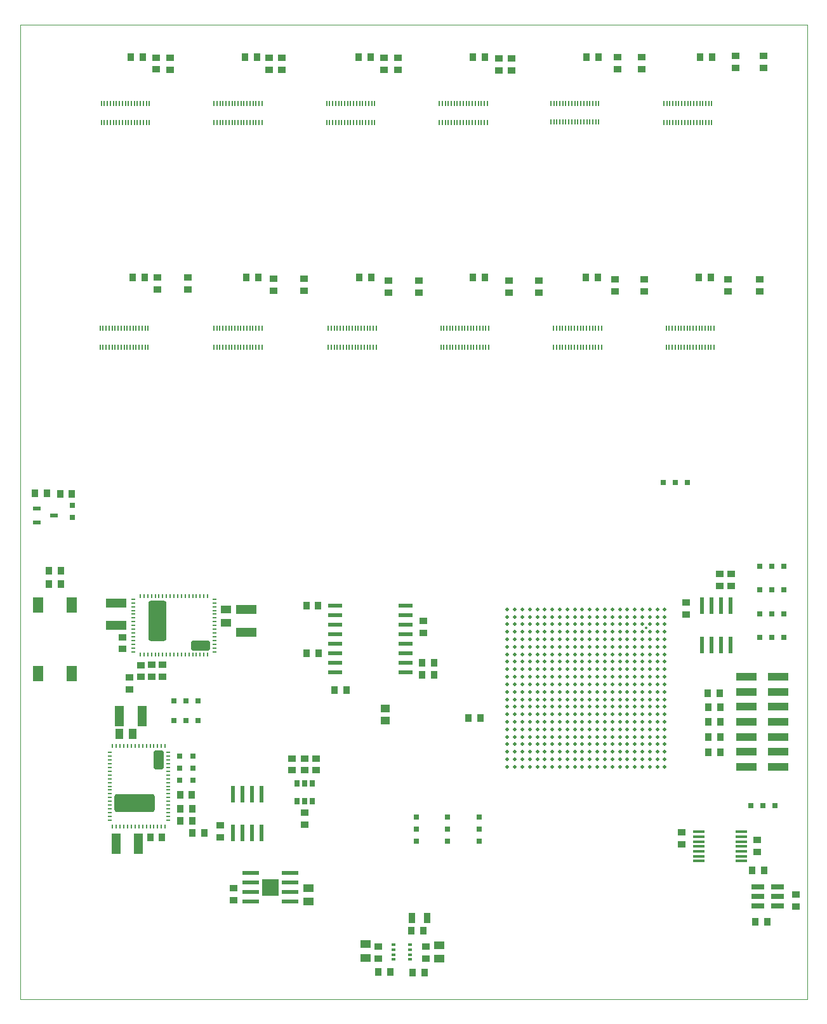
<source format=gtp>
G04 Layer_Color=8421504*
%FSLAX43Y43*%
%MOMM*%
G71*
G01*
G75*
%ADD10C,0.100*%
G04:AMPARAMS|DCode=12|XSize=0.4mm|YSize=0.5mm|CornerRadius=0.03mm|HoleSize=0mm|Usage=FLASHONLY|Rotation=90.000|XOffset=0mm|YOffset=0mm|HoleType=Round|Shape=RoundedRectangle|*
%AMROUNDEDRECTD12*
21,1,0.400,0.440,0,0,90.0*
21,1,0.340,0.500,0,0,90.0*
1,1,0.060,0.220,0.170*
1,1,0.060,0.220,-0.170*
1,1,0.060,-0.220,-0.170*
1,1,0.060,-0.220,0.170*
%
%ADD12ROUNDEDRECTD12*%
%ADD14R,1.600X0.350*%
%ADD15R,1.000X0.600*%
%ADD16R,0.650X0.900*%
%ADD17R,1.900X0.600*%
%ADD18R,0.600X2.200*%
%ADD19R,0.950X1.400*%
%ADD20R,0.900X1.000*%
%ADD21R,1.300X1.000*%
%ADD22R,2.200X0.600*%
%ADD23R,2.290X2.290*%
%ADD24R,1.400X2.100*%
%ADD25R,2.750X1.000*%
%ADD26R,0.800X0.800*%
%ADD27R,0.230X0.700*%
%ADD28C,0.500*%
G04:AMPARAMS|DCode=29|XSize=1.3mm|YSize=2.5mm|CornerRadius=0.13mm|HoleSize=0mm|Usage=FLASHONLY|Rotation=0.000|XOffset=0mm|YOffset=0mm|HoleType=Round|Shape=RoundedRectangle|*
%AMROUNDEDRECTD29*
21,1,1.300,2.240,0,0,0.0*
21,1,1.040,2.500,0,0,0.0*
1,1,0.260,0.520,-1.120*
1,1,0.260,-0.520,-1.120*
1,1,0.260,-0.520,1.120*
1,1,0.260,0.520,1.120*
%
%ADD29ROUNDEDRECTD29*%
%ADD30R,0.250X0.600*%
%ADD31R,0.600X0.250*%
G04:AMPARAMS|DCode=32|XSize=2.35mm|YSize=5.35mm|CornerRadius=0.235mm|HoleSize=0mm|Usage=FLASHONLY|Rotation=90.000|XOffset=0mm|YOffset=0mm|HoleType=Round|Shape=RoundedRectangle|*
%AMROUNDEDRECTD32*
21,1,2.350,4.880,0,0,90.0*
21,1,1.880,5.350,0,0,90.0*
1,1,0.470,2.440,0.940*
1,1,0.470,2.440,-0.940*
1,1,0.470,-2.440,-0.940*
1,1,0.470,-2.440,0.940*
%
%ADD32ROUNDEDRECTD32*%
%ADD33R,1.150X2.700*%
%ADD34R,1.050X1.400*%
%ADD35R,1.700X0.800*%
%ADD36R,1.000X0.950*%
%ADD37R,0.950X1.000*%
%ADD38R,2.700X1.150*%
%ADD39R,1.400X1.050*%
%ADD40R,0.800X0.800*%
%ADD41R,1.000X0.900*%
G04:AMPARAMS|DCode=42|XSize=1.3mm|YSize=2.5mm|CornerRadius=0.13mm|HoleSize=0mm|Usage=FLASHONLY|Rotation=270.000|XOffset=0mm|YOffset=0mm|HoleType=Round|Shape=RoundedRectangle|*
%AMROUNDEDRECTD42*
21,1,1.300,2.240,0,0,270.0*
21,1,1.040,2.500,0,0,270.0*
1,1,0.260,-1.120,-0.520*
1,1,0.260,-1.120,0.520*
1,1,0.260,1.120,0.520*
1,1,0.260,1.120,-0.520*
%
%ADD42ROUNDEDRECTD42*%
G04:AMPARAMS|DCode=43|XSize=2.35mm|YSize=5.35mm|CornerRadius=0.235mm|HoleSize=0mm|Usage=FLASHONLY|Rotation=0.000|XOffset=0mm|YOffset=0mm|HoleType=Round|Shape=RoundedRectangle|*
%AMROUNDEDRECTD43*
21,1,2.350,4.880,0,0,0.0*
21,1,1.880,5.350,0,0,0.0*
1,1,0.470,0.940,-2.440*
1,1,0.470,-0.940,-2.440*
1,1,0.470,-0.940,2.440*
1,1,0.470,0.940,2.440*
%
%ADD43ROUNDEDRECTD43*%
%ADD47C,0.300*%
D10*
X95000Y-10000D02*
Y120000D01*
X-10000D02*
X95000D01*
X-10000Y-10000D02*
Y120000D01*
Y-10000D02*
X95000D01*
D12*
X39775Y-2758D02*
D03*
Y-3408D02*
D03*
Y-4058D02*
D03*
Y-4708D02*
D03*
X41975Y-2758D02*
D03*
Y-3408D02*
D03*
Y-4058D02*
D03*
Y-4708D02*
D03*
D14*
X86175Y8425D02*
D03*
Y9075D02*
D03*
Y9725D02*
D03*
Y10375D02*
D03*
Y11025D02*
D03*
Y11675D02*
D03*
Y12325D02*
D03*
X80575Y8425D02*
D03*
Y9075D02*
D03*
Y9725D02*
D03*
Y10375D02*
D03*
Y11025D02*
D03*
Y11675D02*
D03*
Y12325D02*
D03*
D15*
X-5450Y54525D02*
D03*
X-7750Y53575D02*
D03*
Y55475D02*
D03*
D16*
X26950Y16425D02*
D03*
X27950D02*
D03*
X28950D02*
D03*
Y18825D02*
D03*
X27950D02*
D03*
X26950D02*
D03*
D17*
X41425Y33625D02*
D03*
Y34895D02*
D03*
Y36165D02*
D03*
Y37435D02*
D03*
Y38705D02*
D03*
Y39975D02*
D03*
Y41245D02*
D03*
Y42515D02*
D03*
X32025Y33625D02*
D03*
Y34895D02*
D03*
Y36165D02*
D03*
Y37435D02*
D03*
Y38705D02*
D03*
Y39975D02*
D03*
Y41245D02*
D03*
Y42515D02*
D03*
D18*
X80961Y37276D02*
D03*
X82231D02*
D03*
X83501D02*
D03*
X84771D02*
D03*
X80961Y42482D02*
D03*
X82231D02*
D03*
X83501D02*
D03*
X84771D02*
D03*
X22205Y17353D02*
D03*
X20935D02*
D03*
X19665D02*
D03*
X18395D02*
D03*
X22205Y12147D02*
D03*
X20935D02*
D03*
X19665D02*
D03*
X18395D02*
D03*
D19*
X42275Y800D02*
D03*
X44275D02*
D03*
D20*
X14550Y12150D02*
D03*
X12950D02*
D03*
X4800Y115625D02*
D03*
X6400D02*
D03*
X19988D02*
D03*
X21588D02*
D03*
X35176D02*
D03*
X36776D02*
D03*
X50365D02*
D03*
X51965D02*
D03*
X65553D02*
D03*
X67153D02*
D03*
X80741D02*
D03*
X82341D02*
D03*
X5050Y86300D02*
D03*
X6650D02*
D03*
X20155D02*
D03*
X21755D02*
D03*
X35260D02*
D03*
X36860D02*
D03*
X50365D02*
D03*
X51965D02*
D03*
X65470D02*
D03*
X67070D02*
D03*
X80575D02*
D03*
X82175D02*
D03*
X33575Y31210D02*
D03*
X31975D02*
D03*
X81750Y30850D02*
D03*
X83350D02*
D03*
X-3075Y57400D02*
D03*
X-4675D02*
D03*
X-8025Y57475D02*
D03*
X-6425D02*
D03*
X-6186Y47120D02*
D03*
X-4586D02*
D03*
X29775Y42510D02*
D03*
X28175D02*
D03*
X43600Y33235D02*
D03*
X45200D02*
D03*
X29825Y36160D02*
D03*
X28225D02*
D03*
X42225Y-875D02*
D03*
X43825D02*
D03*
X49800Y27525D02*
D03*
X51400D02*
D03*
X81850Y22975D02*
D03*
X83450D02*
D03*
X81800Y25000D02*
D03*
X83400D02*
D03*
X81850Y27000D02*
D03*
X83450D02*
D03*
X81850Y28975D02*
D03*
X83450D02*
D03*
X89225Y7175D02*
D03*
X87625D02*
D03*
X8950Y11550D02*
D03*
X7350D02*
D03*
X11325Y17250D02*
D03*
X12925D02*
D03*
X11350Y13750D02*
D03*
X12950D02*
D03*
D21*
X38750Y27188D02*
D03*
Y28788D02*
D03*
D22*
X20769Y6840D02*
D03*
Y5570D02*
D03*
Y4300D02*
D03*
Y3030D02*
D03*
X25975Y6840D02*
D03*
Y5570D02*
D03*
Y4300D02*
D03*
Y3030D02*
D03*
D23*
X23372Y4935D02*
D03*
D24*
X-7575Y42550D02*
D03*
Y33450D02*
D03*
X-3075Y42550D02*
D03*
Y33450D02*
D03*
D25*
X91100Y21000D02*
D03*
Y23000D02*
D03*
Y25000D02*
D03*
X86850Y21000D02*
D03*
Y23000D02*
D03*
Y25000D02*
D03*
X91100Y29000D02*
D03*
Y31000D02*
D03*
Y33000D02*
D03*
X86850Y29000D02*
D03*
Y31000D02*
D03*
Y33000D02*
D03*
X91100Y27000D02*
D03*
X86850D02*
D03*
D26*
X-3050Y54275D02*
D03*
Y55875D02*
D03*
X11250Y22425D02*
D03*
Y20825D02*
D03*
Y19225D02*
D03*
X51203Y14296D02*
D03*
Y12696D02*
D03*
Y11096D02*
D03*
X47028Y14296D02*
D03*
Y12696D02*
D03*
Y11096D02*
D03*
X42853Y14296D02*
D03*
Y12696D02*
D03*
Y11096D02*
D03*
X13050Y22425D02*
D03*
Y20825D02*
D03*
Y19225D02*
D03*
D27*
X76589Y79450D02*
D03*
X76189D02*
D03*
X76989D02*
D03*
X77389D02*
D03*
X78989D02*
D03*
X78589D02*
D03*
X77789D02*
D03*
X78189D02*
D03*
X81389D02*
D03*
X80989D02*
D03*
X81789D02*
D03*
X82189D02*
D03*
X80589D02*
D03*
X80189D02*
D03*
X79389D02*
D03*
X79789D02*
D03*
X82589D02*
D03*
Y76950D02*
D03*
X79789D02*
D03*
X79389D02*
D03*
X80189D02*
D03*
X80589D02*
D03*
X82189D02*
D03*
X81789D02*
D03*
X80989D02*
D03*
X81389D02*
D03*
X78189D02*
D03*
X77789D02*
D03*
X78589D02*
D03*
X78989D02*
D03*
X77389D02*
D03*
X76989D02*
D03*
X76189D02*
D03*
X76589D02*
D03*
X1247Y109450D02*
D03*
X847D02*
D03*
X1647D02*
D03*
X2047D02*
D03*
X3647D02*
D03*
X3247D02*
D03*
X2447D02*
D03*
X2847D02*
D03*
X6047D02*
D03*
X5647D02*
D03*
X6447D02*
D03*
X6847D02*
D03*
X5247D02*
D03*
X4847D02*
D03*
X4047D02*
D03*
X4447D02*
D03*
X7247D02*
D03*
Y106950D02*
D03*
X4447D02*
D03*
X4047D02*
D03*
X4847D02*
D03*
X5247D02*
D03*
X6847D02*
D03*
X6447D02*
D03*
X5647D02*
D03*
X6047D02*
D03*
X2847D02*
D03*
X2447D02*
D03*
X3247D02*
D03*
X3647D02*
D03*
X2047D02*
D03*
X1647D02*
D03*
X847D02*
D03*
X1247D02*
D03*
X16273Y109450D02*
D03*
X15873D02*
D03*
X16673D02*
D03*
X17073D02*
D03*
X18673D02*
D03*
X18273D02*
D03*
X17473D02*
D03*
X17873D02*
D03*
X21073D02*
D03*
X20673D02*
D03*
X21473D02*
D03*
X21873D02*
D03*
X20273D02*
D03*
X19873D02*
D03*
X19073D02*
D03*
X19473D02*
D03*
X22273D02*
D03*
Y106950D02*
D03*
X19473D02*
D03*
X19073D02*
D03*
X19873D02*
D03*
X20273D02*
D03*
X21873D02*
D03*
X21473D02*
D03*
X20673D02*
D03*
X21073D02*
D03*
X17873D02*
D03*
X17473D02*
D03*
X18273D02*
D03*
X18673D02*
D03*
X17073D02*
D03*
X16673D02*
D03*
X15873D02*
D03*
X16273D02*
D03*
X31298Y109450D02*
D03*
X30898D02*
D03*
X31698D02*
D03*
X32098D02*
D03*
X33698D02*
D03*
X33298D02*
D03*
X32498D02*
D03*
X32898D02*
D03*
X36098D02*
D03*
X35698D02*
D03*
X36498D02*
D03*
X36898D02*
D03*
X35298D02*
D03*
X34898D02*
D03*
X34098D02*
D03*
X34498D02*
D03*
X37298D02*
D03*
Y106950D02*
D03*
X34498D02*
D03*
X34098D02*
D03*
X34898D02*
D03*
X35298D02*
D03*
X36898D02*
D03*
X36498D02*
D03*
X35698D02*
D03*
X36098D02*
D03*
X32898D02*
D03*
X32498D02*
D03*
X33298D02*
D03*
X33698D02*
D03*
X32098D02*
D03*
X31698D02*
D03*
X30898D02*
D03*
X31298D02*
D03*
X46324Y109450D02*
D03*
X45924D02*
D03*
X46724D02*
D03*
X47124D02*
D03*
X48724D02*
D03*
X48324D02*
D03*
X47524D02*
D03*
X47924D02*
D03*
X51124D02*
D03*
X50724D02*
D03*
X51524D02*
D03*
X51924D02*
D03*
X50324D02*
D03*
X49924D02*
D03*
X49124D02*
D03*
X49524D02*
D03*
X52324D02*
D03*
Y106950D02*
D03*
X49524D02*
D03*
X49124D02*
D03*
X49924D02*
D03*
X50324D02*
D03*
X51924D02*
D03*
X51524D02*
D03*
X50724D02*
D03*
X51124D02*
D03*
X47924D02*
D03*
X47524D02*
D03*
X48324D02*
D03*
X48724D02*
D03*
X47124D02*
D03*
X46724D02*
D03*
X45924D02*
D03*
X46324D02*
D03*
X61200Y109475D02*
D03*
X60800D02*
D03*
X61600D02*
D03*
X62000D02*
D03*
X63600D02*
D03*
X63200D02*
D03*
X62400D02*
D03*
X62800D02*
D03*
X66000D02*
D03*
X65600D02*
D03*
X66400D02*
D03*
X66800D02*
D03*
X65200D02*
D03*
X64800D02*
D03*
X64000D02*
D03*
X64400D02*
D03*
X67200D02*
D03*
Y106975D02*
D03*
X64400D02*
D03*
X64000D02*
D03*
X64800D02*
D03*
X65200D02*
D03*
X66800D02*
D03*
X66400D02*
D03*
X65600D02*
D03*
X66000D02*
D03*
X62800D02*
D03*
X62400D02*
D03*
X63200D02*
D03*
X63600D02*
D03*
X62000D02*
D03*
X61600D02*
D03*
X60800D02*
D03*
X61200D02*
D03*
X76269Y109450D02*
D03*
X75869D02*
D03*
X76669D02*
D03*
X77069D02*
D03*
X78669D02*
D03*
X78269D02*
D03*
X77469D02*
D03*
X77869D02*
D03*
X81069D02*
D03*
X80669D02*
D03*
X81469D02*
D03*
X81869D02*
D03*
X80269D02*
D03*
X79869D02*
D03*
X79069D02*
D03*
X79469D02*
D03*
X82269D02*
D03*
Y106950D02*
D03*
X79469D02*
D03*
X79069D02*
D03*
X79869D02*
D03*
X80269D02*
D03*
X81869D02*
D03*
X81469D02*
D03*
X80669D02*
D03*
X81069D02*
D03*
X77869D02*
D03*
X77469D02*
D03*
X78269D02*
D03*
X78669D02*
D03*
X77069D02*
D03*
X76669D02*
D03*
X75869D02*
D03*
X76269D02*
D03*
X1075Y79450D02*
D03*
X675D02*
D03*
X1475D02*
D03*
X1875D02*
D03*
X3475D02*
D03*
X3075D02*
D03*
X2275D02*
D03*
X2675D02*
D03*
X5875D02*
D03*
X5475D02*
D03*
X6275D02*
D03*
X6675D02*
D03*
X5075D02*
D03*
X4675D02*
D03*
X3875D02*
D03*
X4275D02*
D03*
X7075D02*
D03*
Y76950D02*
D03*
X4275D02*
D03*
X3875D02*
D03*
X4675D02*
D03*
X5075D02*
D03*
X6675D02*
D03*
X6275D02*
D03*
X5475D02*
D03*
X5875D02*
D03*
X2675D02*
D03*
X2275D02*
D03*
X3075D02*
D03*
X3475D02*
D03*
X1875D02*
D03*
X1475D02*
D03*
X675D02*
D03*
X1075D02*
D03*
X16250Y79450D02*
D03*
X15850D02*
D03*
X16650D02*
D03*
X17050D02*
D03*
X18650D02*
D03*
X18250D02*
D03*
X17450D02*
D03*
X17850D02*
D03*
X21050D02*
D03*
X20650D02*
D03*
X21450D02*
D03*
X21850D02*
D03*
X20250D02*
D03*
X19850D02*
D03*
X19050D02*
D03*
X19450D02*
D03*
X22250D02*
D03*
Y76950D02*
D03*
X19450D02*
D03*
X19050D02*
D03*
X19850D02*
D03*
X20250D02*
D03*
X21850D02*
D03*
X21450D02*
D03*
X20650D02*
D03*
X21050D02*
D03*
X17850D02*
D03*
X17450D02*
D03*
X18250D02*
D03*
X18650D02*
D03*
X17050D02*
D03*
X16650D02*
D03*
X15850D02*
D03*
X16250D02*
D03*
X31512Y79450D02*
D03*
X31112D02*
D03*
X31912D02*
D03*
X32312D02*
D03*
X33912D02*
D03*
X33512D02*
D03*
X32712D02*
D03*
X33112D02*
D03*
X36312D02*
D03*
X35912D02*
D03*
X36712D02*
D03*
X37112D02*
D03*
X35512D02*
D03*
X35112D02*
D03*
X34312D02*
D03*
X34712D02*
D03*
X37512D02*
D03*
Y76950D02*
D03*
X34712D02*
D03*
X34312D02*
D03*
X35112D02*
D03*
X35512D02*
D03*
X37112D02*
D03*
X36712D02*
D03*
X35912D02*
D03*
X36312D02*
D03*
X33112D02*
D03*
X32712D02*
D03*
X33512D02*
D03*
X33912D02*
D03*
X32312D02*
D03*
X31912D02*
D03*
X31112D02*
D03*
X31512D02*
D03*
X46525Y79450D02*
D03*
X46125D02*
D03*
X46925D02*
D03*
X47325D02*
D03*
X48925D02*
D03*
X48525D02*
D03*
X47725D02*
D03*
X48125D02*
D03*
X51325D02*
D03*
X50925D02*
D03*
X51725D02*
D03*
X52125D02*
D03*
X50525D02*
D03*
X50125D02*
D03*
X49325D02*
D03*
X49725D02*
D03*
X52525D02*
D03*
Y76950D02*
D03*
X49725D02*
D03*
X49325D02*
D03*
X50125D02*
D03*
X50525D02*
D03*
X52125D02*
D03*
X51725D02*
D03*
X50925D02*
D03*
X51325D02*
D03*
X48125D02*
D03*
X47725D02*
D03*
X48525D02*
D03*
X48925D02*
D03*
X47325D02*
D03*
X46925D02*
D03*
X46125D02*
D03*
X46525D02*
D03*
X61563Y79450D02*
D03*
X61163D02*
D03*
X61963D02*
D03*
X62363D02*
D03*
X63963D02*
D03*
X63563D02*
D03*
X62763D02*
D03*
X63163D02*
D03*
X66363D02*
D03*
X65963D02*
D03*
X66763D02*
D03*
X67163D02*
D03*
X65563D02*
D03*
X65163D02*
D03*
X64363D02*
D03*
X64763D02*
D03*
X67563D02*
D03*
Y76950D02*
D03*
X64763D02*
D03*
X64363D02*
D03*
X65163D02*
D03*
X65563D02*
D03*
X67163D02*
D03*
X66763D02*
D03*
X65963D02*
D03*
X66363D02*
D03*
X63163D02*
D03*
X62763D02*
D03*
X63563D02*
D03*
X63963D02*
D03*
X62363D02*
D03*
X61963D02*
D03*
X61163D02*
D03*
X61563D02*
D03*
D28*
X58000Y21000D02*
D03*
X59000D02*
D03*
X58000Y22000D02*
D03*
X59000D02*
D03*
X55000Y21000D02*
D03*
X56000D02*
D03*
X68000Y24000D02*
D03*
Y25000D02*
D03*
X76000Y42000D02*
D03*
Y41000D02*
D03*
Y40000D02*
D03*
Y39000D02*
D03*
Y38000D02*
D03*
Y37000D02*
D03*
Y36000D02*
D03*
Y35000D02*
D03*
Y34000D02*
D03*
Y33000D02*
D03*
Y32000D02*
D03*
Y31000D02*
D03*
Y30000D02*
D03*
Y29000D02*
D03*
Y28000D02*
D03*
Y27000D02*
D03*
Y26000D02*
D03*
Y25000D02*
D03*
Y24000D02*
D03*
Y23000D02*
D03*
Y22000D02*
D03*
Y21000D02*
D03*
X75000Y42000D02*
D03*
Y41000D02*
D03*
Y40000D02*
D03*
Y39000D02*
D03*
Y38000D02*
D03*
Y37000D02*
D03*
Y36000D02*
D03*
Y35000D02*
D03*
Y34000D02*
D03*
Y33000D02*
D03*
Y32000D02*
D03*
Y31000D02*
D03*
Y30000D02*
D03*
Y29000D02*
D03*
Y28000D02*
D03*
Y27000D02*
D03*
Y26000D02*
D03*
Y25000D02*
D03*
Y24000D02*
D03*
Y23000D02*
D03*
Y22000D02*
D03*
Y21000D02*
D03*
X74000Y42000D02*
D03*
Y41000D02*
D03*
Y40000D02*
D03*
Y39000D02*
D03*
Y38000D02*
D03*
Y37000D02*
D03*
Y36000D02*
D03*
Y35000D02*
D03*
Y34000D02*
D03*
Y33000D02*
D03*
Y32000D02*
D03*
Y31000D02*
D03*
Y30000D02*
D03*
Y28000D02*
D03*
Y27000D02*
D03*
Y26000D02*
D03*
Y25000D02*
D03*
Y24000D02*
D03*
Y23000D02*
D03*
Y22000D02*
D03*
Y21000D02*
D03*
X73000Y42000D02*
D03*
Y41000D02*
D03*
Y40000D02*
D03*
Y39000D02*
D03*
Y38000D02*
D03*
Y37000D02*
D03*
Y36000D02*
D03*
Y35000D02*
D03*
Y34000D02*
D03*
Y33000D02*
D03*
Y32000D02*
D03*
Y31000D02*
D03*
Y30000D02*
D03*
Y28000D02*
D03*
Y27000D02*
D03*
Y26000D02*
D03*
Y25000D02*
D03*
Y24000D02*
D03*
Y23000D02*
D03*
Y22000D02*
D03*
Y21000D02*
D03*
X72000Y42000D02*
D03*
Y41000D02*
D03*
Y40000D02*
D03*
Y39000D02*
D03*
Y38000D02*
D03*
Y37000D02*
D03*
Y36000D02*
D03*
Y35000D02*
D03*
Y34000D02*
D03*
Y33000D02*
D03*
Y32000D02*
D03*
Y31000D02*
D03*
Y30000D02*
D03*
Y29000D02*
D03*
Y28000D02*
D03*
Y27000D02*
D03*
Y26000D02*
D03*
Y25000D02*
D03*
Y24000D02*
D03*
Y23000D02*
D03*
Y22000D02*
D03*
Y21000D02*
D03*
X71000Y42000D02*
D03*
Y41000D02*
D03*
Y40000D02*
D03*
Y39000D02*
D03*
Y38000D02*
D03*
Y37000D02*
D03*
Y36000D02*
D03*
Y35000D02*
D03*
Y34000D02*
D03*
Y33000D02*
D03*
Y32000D02*
D03*
Y31000D02*
D03*
Y30000D02*
D03*
Y29000D02*
D03*
Y28000D02*
D03*
Y27000D02*
D03*
Y26000D02*
D03*
Y25000D02*
D03*
Y24000D02*
D03*
Y23000D02*
D03*
Y22000D02*
D03*
Y21000D02*
D03*
X70000Y42000D02*
D03*
Y41000D02*
D03*
Y40000D02*
D03*
Y39000D02*
D03*
Y38000D02*
D03*
Y37000D02*
D03*
Y36000D02*
D03*
Y35000D02*
D03*
Y34000D02*
D03*
Y33000D02*
D03*
Y32000D02*
D03*
Y31000D02*
D03*
Y30000D02*
D03*
Y29000D02*
D03*
Y28000D02*
D03*
Y27000D02*
D03*
Y26000D02*
D03*
Y25000D02*
D03*
Y24000D02*
D03*
Y23000D02*
D03*
Y22000D02*
D03*
Y21000D02*
D03*
X69000Y42000D02*
D03*
Y41000D02*
D03*
Y40000D02*
D03*
Y39000D02*
D03*
Y38000D02*
D03*
Y37000D02*
D03*
Y36000D02*
D03*
Y35000D02*
D03*
Y34000D02*
D03*
Y33000D02*
D03*
Y32000D02*
D03*
Y31000D02*
D03*
Y30000D02*
D03*
Y29000D02*
D03*
Y28000D02*
D03*
Y27000D02*
D03*
Y26000D02*
D03*
Y25000D02*
D03*
Y24000D02*
D03*
Y23000D02*
D03*
Y22000D02*
D03*
X68000Y42000D02*
D03*
Y41000D02*
D03*
Y40000D02*
D03*
Y39000D02*
D03*
Y38000D02*
D03*
Y37000D02*
D03*
Y36000D02*
D03*
Y35000D02*
D03*
Y34000D02*
D03*
Y33000D02*
D03*
Y32000D02*
D03*
Y31000D02*
D03*
Y30000D02*
D03*
Y29000D02*
D03*
Y28000D02*
D03*
Y27000D02*
D03*
Y26000D02*
D03*
Y23000D02*
D03*
X67000Y42000D02*
D03*
Y41000D02*
D03*
Y40000D02*
D03*
Y39000D02*
D03*
Y38000D02*
D03*
Y37000D02*
D03*
Y36000D02*
D03*
Y35000D02*
D03*
Y34000D02*
D03*
Y33000D02*
D03*
Y32000D02*
D03*
Y31000D02*
D03*
Y30000D02*
D03*
Y29000D02*
D03*
Y28000D02*
D03*
Y27000D02*
D03*
Y26000D02*
D03*
Y25000D02*
D03*
Y24000D02*
D03*
Y23000D02*
D03*
Y21000D02*
D03*
X66000Y42000D02*
D03*
Y41000D02*
D03*
Y40000D02*
D03*
Y39000D02*
D03*
Y38000D02*
D03*
Y37000D02*
D03*
Y36000D02*
D03*
Y35000D02*
D03*
Y34000D02*
D03*
Y33000D02*
D03*
Y32000D02*
D03*
Y31000D02*
D03*
Y30000D02*
D03*
Y29000D02*
D03*
Y28000D02*
D03*
Y27000D02*
D03*
Y26000D02*
D03*
Y25000D02*
D03*
Y24000D02*
D03*
X65000Y42000D02*
D03*
Y41000D02*
D03*
Y40000D02*
D03*
Y39000D02*
D03*
Y38000D02*
D03*
Y37000D02*
D03*
Y36000D02*
D03*
Y35000D02*
D03*
Y34000D02*
D03*
Y33000D02*
D03*
Y32000D02*
D03*
Y31000D02*
D03*
Y30000D02*
D03*
Y29000D02*
D03*
Y28000D02*
D03*
Y27000D02*
D03*
Y26000D02*
D03*
Y25000D02*
D03*
Y24000D02*
D03*
Y22000D02*
D03*
X64000Y42000D02*
D03*
Y41000D02*
D03*
Y40000D02*
D03*
Y39000D02*
D03*
Y38000D02*
D03*
Y37000D02*
D03*
Y36000D02*
D03*
Y35000D02*
D03*
Y34000D02*
D03*
Y33000D02*
D03*
Y32000D02*
D03*
Y31000D02*
D03*
Y30000D02*
D03*
Y29000D02*
D03*
Y28000D02*
D03*
Y27000D02*
D03*
Y26000D02*
D03*
Y25000D02*
D03*
Y24000D02*
D03*
X63000Y42000D02*
D03*
Y41000D02*
D03*
Y40000D02*
D03*
Y39000D02*
D03*
Y38000D02*
D03*
Y37000D02*
D03*
Y36000D02*
D03*
Y35000D02*
D03*
Y34000D02*
D03*
Y33000D02*
D03*
Y32000D02*
D03*
Y31000D02*
D03*
Y30000D02*
D03*
Y29000D02*
D03*
Y28000D02*
D03*
Y27000D02*
D03*
Y26000D02*
D03*
Y24000D02*
D03*
Y23000D02*
D03*
X62000Y42000D02*
D03*
Y41000D02*
D03*
Y40000D02*
D03*
Y39000D02*
D03*
Y38000D02*
D03*
Y37000D02*
D03*
Y36000D02*
D03*
Y35000D02*
D03*
Y34000D02*
D03*
Y33000D02*
D03*
Y32000D02*
D03*
Y31000D02*
D03*
Y30000D02*
D03*
Y29000D02*
D03*
Y28000D02*
D03*
Y27000D02*
D03*
Y26000D02*
D03*
Y24000D02*
D03*
Y23000D02*
D03*
Y21000D02*
D03*
X61000Y42000D02*
D03*
Y41000D02*
D03*
Y40000D02*
D03*
Y39000D02*
D03*
Y38000D02*
D03*
Y37000D02*
D03*
Y36000D02*
D03*
Y35000D02*
D03*
Y34000D02*
D03*
Y33000D02*
D03*
Y32000D02*
D03*
Y31000D02*
D03*
Y30000D02*
D03*
Y29000D02*
D03*
Y28000D02*
D03*
Y27000D02*
D03*
Y26000D02*
D03*
Y25000D02*
D03*
Y24000D02*
D03*
Y23000D02*
D03*
X60000Y42000D02*
D03*
Y41000D02*
D03*
Y40000D02*
D03*
Y39000D02*
D03*
Y38000D02*
D03*
Y37000D02*
D03*
Y36000D02*
D03*
Y35000D02*
D03*
Y34000D02*
D03*
Y33000D02*
D03*
Y32000D02*
D03*
Y31000D02*
D03*
Y30000D02*
D03*
Y29000D02*
D03*
Y28000D02*
D03*
Y27000D02*
D03*
Y26000D02*
D03*
Y25000D02*
D03*
Y24000D02*
D03*
Y22000D02*
D03*
X59000Y42000D02*
D03*
Y41000D02*
D03*
Y40000D02*
D03*
Y39000D02*
D03*
Y38000D02*
D03*
Y37000D02*
D03*
Y36000D02*
D03*
Y35000D02*
D03*
Y34000D02*
D03*
Y33000D02*
D03*
Y32000D02*
D03*
Y31000D02*
D03*
Y30000D02*
D03*
Y29000D02*
D03*
Y28000D02*
D03*
Y27000D02*
D03*
Y26000D02*
D03*
Y25000D02*
D03*
Y24000D02*
D03*
X58000Y42000D02*
D03*
Y41000D02*
D03*
Y40000D02*
D03*
Y39000D02*
D03*
Y38000D02*
D03*
Y37000D02*
D03*
Y36000D02*
D03*
Y35000D02*
D03*
Y34000D02*
D03*
Y33000D02*
D03*
Y32000D02*
D03*
Y31000D02*
D03*
Y30000D02*
D03*
Y29000D02*
D03*
Y28000D02*
D03*
Y27000D02*
D03*
Y26000D02*
D03*
Y25000D02*
D03*
Y24000D02*
D03*
Y23000D02*
D03*
X57000Y42000D02*
D03*
Y41000D02*
D03*
Y40000D02*
D03*
Y39000D02*
D03*
Y38000D02*
D03*
Y37000D02*
D03*
Y36000D02*
D03*
Y35000D02*
D03*
Y34000D02*
D03*
Y33000D02*
D03*
Y32000D02*
D03*
Y31000D02*
D03*
Y30000D02*
D03*
Y29000D02*
D03*
Y28000D02*
D03*
Y27000D02*
D03*
Y26000D02*
D03*
Y25000D02*
D03*
Y24000D02*
D03*
Y23000D02*
D03*
Y22000D02*
D03*
Y21000D02*
D03*
X56000Y42000D02*
D03*
Y41000D02*
D03*
Y40000D02*
D03*
Y39000D02*
D03*
Y38000D02*
D03*
Y37000D02*
D03*
Y36000D02*
D03*
Y35000D02*
D03*
Y34000D02*
D03*
Y33000D02*
D03*
Y32000D02*
D03*
Y31000D02*
D03*
Y30000D02*
D03*
Y29000D02*
D03*
Y28000D02*
D03*
Y27000D02*
D03*
Y26000D02*
D03*
Y25000D02*
D03*
Y24000D02*
D03*
Y23000D02*
D03*
Y22000D02*
D03*
X55000Y42000D02*
D03*
Y41000D02*
D03*
Y40000D02*
D03*
Y39000D02*
D03*
Y38000D02*
D03*
Y37000D02*
D03*
Y36000D02*
D03*
Y35000D02*
D03*
Y34000D02*
D03*
Y33000D02*
D03*
Y32000D02*
D03*
Y31000D02*
D03*
Y30000D02*
D03*
Y29000D02*
D03*
Y28000D02*
D03*
Y27000D02*
D03*
Y26000D02*
D03*
Y25000D02*
D03*
Y24000D02*
D03*
Y23000D02*
D03*
Y22000D02*
D03*
X61000Y21000D02*
D03*
X60000D02*
D03*
X62000Y22000D02*
D03*
X61000D02*
D03*
X64000Y21000D02*
D03*
X63000D02*
D03*
X64000Y22000D02*
D03*
X63000D02*
D03*
X66000Y21000D02*
D03*
X65000D02*
D03*
X68000Y22000D02*
D03*
X67000D02*
D03*
X69000Y21000D02*
D03*
X68000D02*
D03*
X66000Y23000D02*
D03*
Y22000D02*
D03*
X60000Y23000D02*
D03*
X59000D02*
D03*
X63000Y25000D02*
D03*
X62000D02*
D03*
X65000Y23000D02*
D03*
X64000D02*
D03*
X74000Y29000D02*
D03*
X73000D02*
D03*
D29*
X8500Y21950D02*
D03*
D30*
X2350Y23800D02*
D03*
X9350D02*
D03*
X8850D02*
D03*
X8350D02*
D03*
X7850D02*
D03*
X7350D02*
D03*
X6850D02*
D03*
X6350D02*
D03*
X5850D02*
D03*
X5350D02*
D03*
X4850D02*
D03*
X4350D02*
D03*
X3850D02*
D03*
X3350D02*
D03*
X2850D02*
D03*
X8850Y13000D02*
D03*
X8350D02*
D03*
X7850D02*
D03*
X7350D02*
D03*
X6850D02*
D03*
X6350D02*
D03*
X5850D02*
D03*
X5350D02*
D03*
X4850D02*
D03*
X4350D02*
D03*
X3850D02*
D03*
X3350D02*
D03*
X2850D02*
D03*
X2350D02*
D03*
X9350D02*
D03*
X8525Y43750D02*
D03*
X9025D02*
D03*
X9525D02*
D03*
X10025D02*
D03*
X10525D02*
D03*
X11025D02*
D03*
X11525D02*
D03*
X12025D02*
D03*
X12525D02*
D03*
X13025D02*
D03*
X13525D02*
D03*
X14025D02*
D03*
X14525D02*
D03*
X15025D02*
D03*
X8025D02*
D03*
X6025D02*
D03*
X7525D02*
D03*
X7025D02*
D03*
X6525D02*
D03*
Y35950D02*
D03*
X7025D02*
D03*
X7525D02*
D03*
X6025D02*
D03*
X8025D02*
D03*
X15025D02*
D03*
X14525D02*
D03*
X14025D02*
D03*
X13525D02*
D03*
X13025D02*
D03*
X12525D02*
D03*
X12025D02*
D03*
X11525D02*
D03*
X11025D02*
D03*
X10525D02*
D03*
X10025D02*
D03*
X9525D02*
D03*
X9025D02*
D03*
X8525D02*
D03*
D31*
X1950Y16400D02*
D03*
Y16900D02*
D03*
Y17400D02*
D03*
Y17900D02*
D03*
Y18400D02*
D03*
Y18900D02*
D03*
Y19400D02*
D03*
Y19900D02*
D03*
Y20400D02*
D03*
Y20900D02*
D03*
Y21400D02*
D03*
Y21900D02*
D03*
Y22400D02*
D03*
Y22900D02*
D03*
Y15900D02*
D03*
Y13900D02*
D03*
Y15400D02*
D03*
Y14900D02*
D03*
Y14400D02*
D03*
X9750D02*
D03*
Y14900D02*
D03*
Y15400D02*
D03*
Y13900D02*
D03*
Y15900D02*
D03*
Y22900D02*
D03*
Y22400D02*
D03*
Y21900D02*
D03*
Y21400D02*
D03*
Y20900D02*
D03*
Y20400D02*
D03*
Y19900D02*
D03*
Y19400D02*
D03*
Y18900D02*
D03*
Y18400D02*
D03*
Y17900D02*
D03*
Y17400D02*
D03*
Y16900D02*
D03*
Y16400D02*
D03*
X15925Y43350D02*
D03*
Y36350D02*
D03*
Y36850D02*
D03*
Y37350D02*
D03*
Y37850D02*
D03*
Y38350D02*
D03*
Y38850D02*
D03*
Y39350D02*
D03*
Y39850D02*
D03*
Y40350D02*
D03*
Y40850D02*
D03*
Y41350D02*
D03*
Y41850D02*
D03*
Y42350D02*
D03*
Y42850D02*
D03*
X5125Y36850D02*
D03*
Y37350D02*
D03*
Y37850D02*
D03*
Y38350D02*
D03*
Y38850D02*
D03*
Y39350D02*
D03*
Y39850D02*
D03*
Y40350D02*
D03*
Y40850D02*
D03*
Y41350D02*
D03*
Y41850D02*
D03*
Y42350D02*
D03*
Y42850D02*
D03*
Y43350D02*
D03*
Y36350D02*
D03*
D32*
X5250Y16200D02*
D03*
D33*
X6275Y27725D02*
D03*
X3275D02*
D03*
X2800Y10700D02*
D03*
X5800D02*
D03*
D34*
X3225Y25375D02*
D03*
X5025D02*
D03*
D35*
X91054Y2470D02*
D03*
Y3740D02*
D03*
Y5010D02*
D03*
X88454D02*
D03*
Y3740D02*
D03*
Y2470D02*
D03*
D36*
X16725Y13225D02*
D03*
Y11625D02*
D03*
X27925Y14850D02*
D03*
Y13250D02*
D03*
X9975Y113975D02*
D03*
Y115575D02*
D03*
X8175Y114000D02*
D03*
Y115600D02*
D03*
X24950Y113975D02*
D03*
Y115575D02*
D03*
X23200Y113975D02*
D03*
Y115575D02*
D03*
X40400Y113950D02*
D03*
Y115550D02*
D03*
X38525Y113950D02*
D03*
Y115550D02*
D03*
X55600Y113875D02*
D03*
Y115475D02*
D03*
X53880Y113873D02*
D03*
Y115473D02*
D03*
X72936Y114073D02*
D03*
Y115673D02*
D03*
X69711Y114073D02*
D03*
Y115673D02*
D03*
X89186Y114198D02*
D03*
Y115798D02*
D03*
X85460Y114198D02*
D03*
Y115798D02*
D03*
X12410Y84623D02*
D03*
Y86223D02*
D03*
X8360Y84623D02*
D03*
Y86223D02*
D03*
X23840Y86077D02*
D03*
Y84477D02*
D03*
X27890Y86077D02*
D03*
Y84477D02*
D03*
X43166Y84223D02*
D03*
Y85823D02*
D03*
X39116Y84223D02*
D03*
Y85823D02*
D03*
X59241Y84223D02*
D03*
Y85823D02*
D03*
X55191Y84223D02*
D03*
Y85823D02*
D03*
X73290Y84423D02*
D03*
Y86023D02*
D03*
X69390Y84423D02*
D03*
Y86023D02*
D03*
X88650Y84400D02*
D03*
Y86000D02*
D03*
X84425Y84400D02*
D03*
Y86000D02*
D03*
X78850Y41325D02*
D03*
Y42925D02*
D03*
X88349Y11245D02*
D03*
Y9645D02*
D03*
X78249Y12295D02*
D03*
Y10695D02*
D03*
X7530Y33025D02*
D03*
Y34625D02*
D03*
X37800Y-4575D02*
D03*
Y-2975D02*
D03*
X44150Y-2975D02*
D03*
Y-4575D02*
D03*
X18447Y3210D02*
D03*
Y4810D02*
D03*
D37*
X-6186Y45395D02*
D03*
X-4586D02*
D03*
X45200Y34910D02*
D03*
X43600D02*
D03*
X89650Y350D02*
D03*
X88050D02*
D03*
X37800Y-6375D02*
D03*
X39400D02*
D03*
X43975Y-6475D02*
D03*
X42375D02*
D03*
X12950Y15425D02*
D03*
X11350D02*
D03*
D38*
X2805Y42850D02*
D03*
Y39850D02*
D03*
X20155Y38975D02*
D03*
Y41975D02*
D03*
D39*
X17455Y41975D02*
D03*
Y40175D02*
D03*
X36100Y-2675D02*
D03*
Y-4475D02*
D03*
X45925Y-4575D02*
D03*
Y-2775D02*
D03*
X28447Y4835D02*
D03*
Y3035D02*
D03*
D40*
X90675Y15850D02*
D03*
X89075D02*
D03*
X87475D02*
D03*
X79025Y58950D02*
D03*
X77425D02*
D03*
X75825D02*
D03*
X91850Y47700D02*
D03*
X90250D02*
D03*
X88650D02*
D03*
X91850Y44567D02*
D03*
X90250D02*
D03*
X88650D02*
D03*
X91850Y41433D02*
D03*
X90250D02*
D03*
X88650D02*
D03*
X91850Y38300D02*
D03*
X90250D02*
D03*
X88650D02*
D03*
X10550Y27200D02*
D03*
X12150D02*
D03*
X13750D02*
D03*
X10550Y29825D02*
D03*
X12150D02*
D03*
X13750D02*
D03*
D41*
X83375Y45150D02*
D03*
Y46750D02*
D03*
X84825Y45150D02*
D03*
Y46750D02*
D03*
X43800Y40475D02*
D03*
Y38875D02*
D03*
X93500Y3975D02*
D03*
Y2375D02*
D03*
X3630Y36700D02*
D03*
Y38300D02*
D03*
X8980Y34625D02*
D03*
Y33025D02*
D03*
X26250Y20525D02*
D03*
Y22125D02*
D03*
X27975Y20525D02*
D03*
Y22125D02*
D03*
X29500Y20525D02*
D03*
Y22125D02*
D03*
X6130Y34575D02*
D03*
Y32975D02*
D03*
X4605Y31350D02*
D03*
Y32950D02*
D03*
D42*
X14075Y37200D02*
D03*
D43*
X8325Y40450D02*
D03*
D47*
X73500Y39500D02*
X73500Y39500D01*
M02*

</source>
